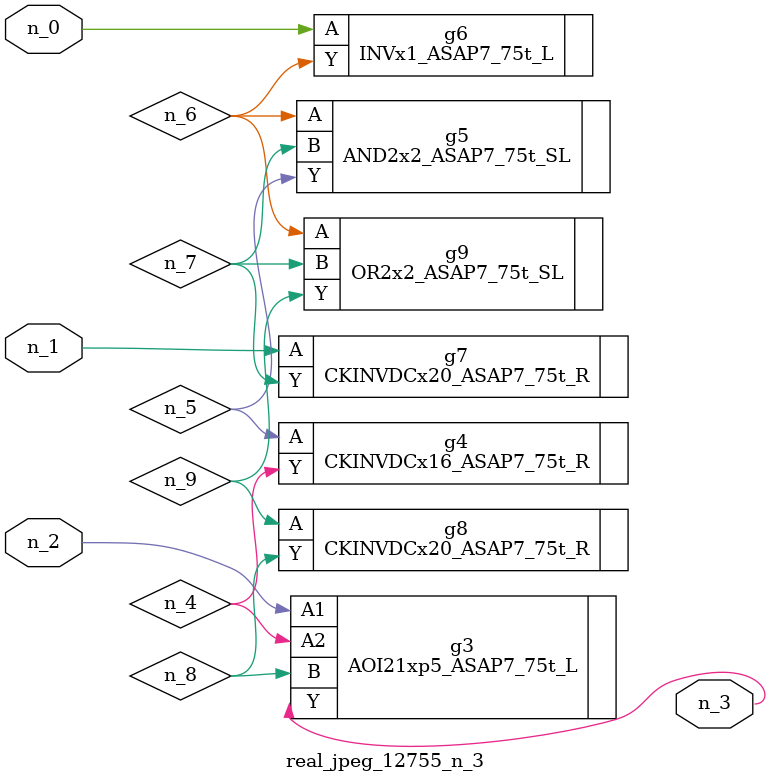
<source format=v>
module real_jpeg_12755_n_3 (n_1, n_0, n_2, n_3);

input n_1;
input n_0;
input n_2;

output n_3;

wire n_5;
wire n_8;
wire n_4;
wire n_6;
wire n_7;
wire n_9;

INVx1_ASAP7_75t_L g6 ( 
.A(n_0),
.Y(n_6)
);

CKINVDCx20_ASAP7_75t_R g7 ( 
.A(n_1),
.Y(n_7)
);

AOI21xp5_ASAP7_75t_L g3 ( 
.A1(n_2),
.A2(n_4),
.B(n_8),
.Y(n_3)
);

CKINVDCx16_ASAP7_75t_R g4 ( 
.A(n_5),
.Y(n_4)
);

AND2x2_ASAP7_75t_SL g5 ( 
.A(n_6),
.B(n_7),
.Y(n_5)
);

OR2x2_ASAP7_75t_SL g9 ( 
.A(n_6),
.B(n_7),
.Y(n_9)
);

CKINVDCx20_ASAP7_75t_R g8 ( 
.A(n_9),
.Y(n_8)
);


endmodule
</source>
